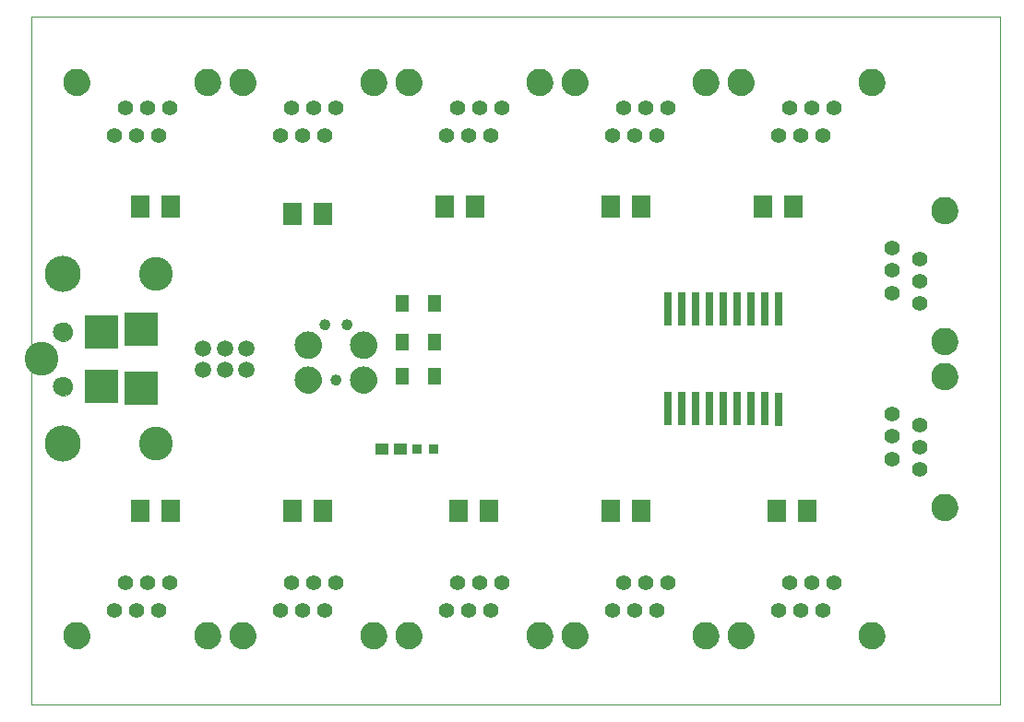
<source format=gts>
G75*
G70*
%OFA0B0*%
%FSLAX24Y24*%
%IPPOS*%
%LPD*%
%AMOC8*
5,1,8,0,0,1.08239X$1,22.5*
%
%ADD10C,0.0000*%
%ADD11C,0.0555*%
%ADD12C,0.0969*%
%ADD13R,0.0473X0.0434*%
%ADD14R,0.0355X0.0355*%
%ADD15C,0.0390*%
%ADD16C,0.0975*%
%ADD17R,0.0512X0.0591*%
%ADD18R,0.0300X0.1240*%
%ADD19R,0.0670X0.0827*%
%ADD20C,0.1221*%
%ADD21C,0.1306*%
%ADD22R,0.1221X0.1221*%
%ADD23C,0.0709*%
%ADD24C,0.0594*%
D10*
X000349Y000100D02*
X000349Y024971D01*
X035344Y024971D01*
X035344Y000100D01*
X000349Y000100D01*
X001522Y002600D02*
X001524Y002643D01*
X001530Y002685D01*
X001540Y002727D01*
X001553Y002768D01*
X001571Y002807D01*
X001592Y002845D01*
X001616Y002880D01*
X001643Y002913D01*
X001674Y002944D01*
X001707Y002971D01*
X001742Y002995D01*
X001780Y003016D01*
X001819Y003034D01*
X001860Y003047D01*
X001902Y003057D01*
X001944Y003063D01*
X001987Y003065D01*
X002030Y003063D01*
X002072Y003057D01*
X002114Y003047D01*
X002155Y003034D01*
X002194Y003016D01*
X002232Y002995D01*
X002267Y002971D01*
X002300Y002944D01*
X002331Y002913D01*
X002358Y002880D01*
X002382Y002845D01*
X002403Y002807D01*
X002421Y002768D01*
X002434Y002727D01*
X002444Y002685D01*
X002450Y002643D01*
X002452Y002600D01*
X002450Y002557D01*
X002444Y002515D01*
X002434Y002473D01*
X002421Y002432D01*
X002403Y002393D01*
X002382Y002355D01*
X002358Y002320D01*
X002331Y002287D01*
X002300Y002256D01*
X002267Y002229D01*
X002232Y002205D01*
X002194Y002184D01*
X002155Y002166D01*
X002114Y002153D01*
X002072Y002143D01*
X002030Y002137D01*
X001987Y002135D01*
X001944Y002137D01*
X001902Y002143D01*
X001860Y002153D01*
X001819Y002166D01*
X001780Y002184D01*
X001742Y002205D01*
X001707Y002229D01*
X001674Y002256D01*
X001643Y002287D01*
X001616Y002320D01*
X001592Y002355D01*
X001571Y002393D01*
X001553Y002432D01*
X001540Y002473D01*
X001530Y002515D01*
X001524Y002557D01*
X001522Y002600D01*
X006247Y002600D02*
X006249Y002643D01*
X006255Y002685D01*
X006265Y002727D01*
X006278Y002768D01*
X006296Y002807D01*
X006317Y002845D01*
X006341Y002880D01*
X006368Y002913D01*
X006399Y002944D01*
X006432Y002971D01*
X006467Y002995D01*
X006505Y003016D01*
X006544Y003034D01*
X006585Y003047D01*
X006627Y003057D01*
X006669Y003063D01*
X006712Y003065D01*
X006755Y003063D01*
X006797Y003057D01*
X006839Y003047D01*
X006880Y003034D01*
X006919Y003016D01*
X006957Y002995D01*
X006992Y002971D01*
X007025Y002944D01*
X007056Y002913D01*
X007083Y002880D01*
X007107Y002845D01*
X007128Y002807D01*
X007146Y002768D01*
X007159Y002727D01*
X007169Y002685D01*
X007175Y002643D01*
X007177Y002600D01*
X007175Y002557D01*
X007169Y002515D01*
X007159Y002473D01*
X007146Y002432D01*
X007128Y002393D01*
X007107Y002355D01*
X007083Y002320D01*
X007056Y002287D01*
X007025Y002256D01*
X006992Y002229D01*
X006957Y002205D01*
X006919Y002184D01*
X006880Y002166D01*
X006839Y002153D01*
X006797Y002143D01*
X006755Y002137D01*
X006712Y002135D01*
X006669Y002137D01*
X006627Y002143D01*
X006585Y002153D01*
X006544Y002166D01*
X006505Y002184D01*
X006467Y002205D01*
X006432Y002229D01*
X006399Y002256D01*
X006368Y002287D01*
X006341Y002320D01*
X006317Y002355D01*
X006296Y002393D01*
X006278Y002432D01*
X006265Y002473D01*
X006255Y002515D01*
X006249Y002557D01*
X006247Y002600D01*
X007522Y002600D02*
X007524Y002643D01*
X007530Y002685D01*
X007540Y002727D01*
X007553Y002768D01*
X007571Y002807D01*
X007592Y002845D01*
X007616Y002880D01*
X007643Y002913D01*
X007674Y002944D01*
X007707Y002971D01*
X007742Y002995D01*
X007780Y003016D01*
X007819Y003034D01*
X007860Y003047D01*
X007902Y003057D01*
X007944Y003063D01*
X007987Y003065D01*
X008030Y003063D01*
X008072Y003057D01*
X008114Y003047D01*
X008155Y003034D01*
X008194Y003016D01*
X008232Y002995D01*
X008267Y002971D01*
X008300Y002944D01*
X008331Y002913D01*
X008358Y002880D01*
X008382Y002845D01*
X008403Y002807D01*
X008421Y002768D01*
X008434Y002727D01*
X008444Y002685D01*
X008450Y002643D01*
X008452Y002600D01*
X008450Y002557D01*
X008444Y002515D01*
X008434Y002473D01*
X008421Y002432D01*
X008403Y002393D01*
X008382Y002355D01*
X008358Y002320D01*
X008331Y002287D01*
X008300Y002256D01*
X008267Y002229D01*
X008232Y002205D01*
X008194Y002184D01*
X008155Y002166D01*
X008114Y002153D01*
X008072Y002143D01*
X008030Y002137D01*
X007987Y002135D01*
X007944Y002137D01*
X007902Y002143D01*
X007860Y002153D01*
X007819Y002166D01*
X007780Y002184D01*
X007742Y002205D01*
X007707Y002229D01*
X007674Y002256D01*
X007643Y002287D01*
X007616Y002320D01*
X007592Y002355D01*
X007571Y002393D01*
X007553Y002432D01*
X007540Y002473D01*
X007530Y002515D01*
X007524Y002557D01*
X007522Y002600D01*
X012247Y002600D02*
X012249Y002643D01*
X012255Y002685D01*
X012265Y002727D01*
X012278Y002768D01*
X012296Y002807D01*
X012317Y002845D01*
X012341Y002880D01*
X012368Y002913D01*
X012399Y002944D01*
X012432Y002971D01*
X012467Y002995D01*
X012505Y003016D01*
X012544Y003034D01*
X012585Y003047D01*
X012627Y003057D01*
X012669Y003063D01*
X012712Y003065D01*
X012755Y003063D01*
X012797Y003057D01*
X012839Y003047D01*
X012880Y003034D01*
X012919Y003016D01*
X012957Y002995D01*
X012992Y002971D01*
X013025Y002944D01*
X013056Y002913D01*
X013083Y002880D01*
X013107Y002845D01*
X013128Y002807D01*
X013146Y002768D01*
X013159Y002727D01*
X013169Y002685D01*
X013175Y002643D01*
X013177Y002600D01*
X013175Y002557D01*
X013169Y002515D01*
X013159Y002473D01*
X013146Y002432D01*
X013128Y002393D01*
X013107Y002355D01*
X013083Y002320D01*
X013056Y002287D01*
X013025Y002256D01*
X012992Y002229D01*
X012957Y002205D01*
X012919Y002184D01*
X012880Y002166D01*
X012839Y002153D01*
X012797Y002143D01*
X012755Y002137D01*
X012712Y002135D01*
X012669Y002137D01*
X012627Y002143D01*
X012585Y002153D01*
X012544Y002166D01*
X012505Y002184D01*
X012467Y002205D01*
X012432Y002229D01*
X012399Y002256D01*
X012368Y002287D01*
X012341Y002320D01*
X012317Y002355D01*
X012296Y002393D01*
X012278Y002432D01*
X012265Y002473D01*
X012255Y002515D01*
X012249Y002557D01*
X012247Y002600D01*
X013522Y002600D02*
X013524Y002643D01*
X013530Y002685D01*
X013540Y002727D01*
X013553Y002768D01*
X013571Y002807D01*
X013592Y002845D01*
X013616Y002880D01*
X013643Y002913D01*
X013674Y002944D01*
X013707Y002971D01*
X013742Y002995D01*
X013780Y003016D01*
X013819Y003034D01*
X013860Y003047D01*
X013902Y003057D01*
X013944Y003063D01*
X013987Y003065D01*
X014030Y003063D01*
X014072Y003057D01*
X014114Y003047D01*
X014155Y003034D01*
X014194Y003016D01*
X014232Y002995D01*
X014267Y002971D01*
X014300Y002944D01*
X014331Y002913D01*
X014358Y002880D01*
X014382Y002845D01*
X014403Y002807D01*
X014421Y002768D01*
X014434Y002727D01*
X014444Y002685D01*
X014450Y002643D01*
X014452Y002600D01*
X014450Y002557D01*
X014444Y002515D01*
X014434Y002473D01*
X014421Y002432D01*
X014403Y002393D01*
X014382Y002355D01*
X014358Y002320D01*
X014331Y002287D01*
X014300Y002256D01*
X014267Y002229D01*
X014232Y002205D01*
X014194Y002184D01*
X014155Y002166D01*
X014114Y002153D01*
X014072Y002143D01*
X014030Y002137D01*
X013987Y002135D01*
X013944Y002137D01*
X013902Y002143D01*
X013860Y002153D01*
X013819Y002166D01*
X013780Y002184D01*
X013742Y002205D01*
X013707Y002229D01*
X013674Y002256D01*
X013643Y002287D01*
X013616Y002320D01*
X013592Y002355D01*
X013571Y002393D01*
X013553Y002432D01*
X013540Y002473D01*
X013530Y002515D01*
X013524Y002557D01*
X013522Y002600D01*
X018247Y002600D02*
X018249Y002643D01*
X018255Y002685D01*
X018265Y002727D01*
X018278Y002768D01*
X018296Y002807D01*
X018317Y002845D01*
X018341Y002880D01*
X018368Y002913D01*
X018399Y002944D01*
X018432Y002971D01*
X018467Y002995D01*
X018505Y003016D01*
X018544Y003034D01*
X018585Y003047D01*
X018627Y003057D01*
X018669Y003063D01*
X018712Y003065D01*
X018755Y003063D01*
X018797Y003057D01*
X018839Y003047D01*
X018880Y003034D01*
X018919Y003016D01*
X018957Y002995D01*
X018992Y002971D01*
X019025Y002944D01*
X019056Y002913D01*
X019083Y002880D01*
X019107Y002845D01*
X019128Y002807D01*
X019146Y002768D01*
X019159Y002727D01*
X019169Y002685D01*
X019175Y002643D01*
X019177Y002600D01*
X019175Y002557D01*
X019169Y002515D01*
X019159Y002473D01*
X019146Y002432D01*
X019128Y002393D01*
X019107Y002355D01*
X019083Y002320D01*
X019056Y002287D01*
X019025Y002256D01*
X018992Y002229D01*
X018957Y002205D01*
X018919Y002184D01*
X018880Y002166D01*
X018839Y002153D01*
X018797Y002143D01*
X018755Y002137D01*
X018712Y002135D01*
X018669Y002137D01*
X018627Y002143D01*
X018585Y002153D01*
X018544Y002166D01*
X018505Y002184D01*
X018467Y002205D01*
X018432Y002229D01*
X018399Y002256D01*
X018368Y002287D01*
X018341Y002320D01*
X018317Y002355D01*
X018296Y002393D01*
X018278Y002432D01*
X018265Y002473D01*
X018255Y002515D01*
X018249Y002557D01*
X018247Y002600D01*
X019522Y002600D02*
X019524Y002643D01*
X019530Y002685D01*
X019540Y002727D01*
X019553Y002768D01*
X019571Y002807D01*
X019592Y002845D01*
X019616Y002880D01*
X019643Y002913D01*
X019674Y002944D01*
X019707Y002971D01*
X019742Y002995D01*
X019780Y003016D01*
X019819Y003034D01*
X019860Y003047D01*
X019902Y003057D01*
X019944Y003063D01*
X019987Y003065D01*
X020030Y003063D01*
X020072Y003057D01*
X020114Y003047D01*
X020155Y003034D01*
X020194Y003016D01*
X020232Y002995D01*
X020267Y002971D01*
X020300Y002944D01*
X020331Y002913D01*
X020358Y002880D01*
X020382Y002845D01*
X020403Y002807D01*
X020421Y002768D01*
X020434Y002727D01*
X020444Y002685D01*
X020450Y002643D01*
X020452Y002600D01*
X020450Y002557D01*
X020444Y002515D01*
X020434Y002473D01*
X020421Y002432D01*
X020403Y002393D01*
X020382Y002355D01*
X020358Y002320D01*
X020331Y002287D01*
X020300Y002256D01*
X020267Y002229D01*
X020232Y002205D01*
X020194Y002184D01*
X020155Y002166D01*
X020114Y002153D01*
X020072Y002143D01*
X020030Y002137D01*
X019987Y002135D01*
X019944Y002137D01*
X019902Y002143D01*
X019860Y002153D01*
X019819Y002166D01*
X019780Y002184D01*
X019742Y002205D01*
X019707Y002229D01*
X019674Y002256D01*
X019643Y002287D01*
X019616Y002320D01*
X019592Y002355D01*
X019571Y002393D01*
X019553Y002432D01*
X019540Y002473D01*
X019530Y002515D01*
X019524Y002557D01*
X019522Y002600D01*
X024247Y002600D02*
X024249Y002643D01*
X024255Y002685D01*
X024265Y002727D01*
X024278Y002768D01*
X024296Y002807D01*
X024317Y002845D01*
X024341Y002880D01*
X024368Y002913D01*
X024399Y002944D01*
X024432Y002971D01*
X024467Y002995D01*
X024505Y003016D01*
X024544Y003034D01*
X024585Y003047D01*
X024627Y003057D01*
X024669Y003063D01*
X024712Y003065D01*
X024755Y003063D01*
X024797Y003057D01*
X024839Y003047D01*
X024880Y003034D01*
X024919Y003016D01*
X024957Y002995D01*
X024992Y002971D01*
X025025Y002944D01*
X025056Y002913D01*
X025083Y002880D01*
X025107Y002845D01*
X025128Y002807D01*
X025146Y002768D01*
X025159Y002727D01*
X025169Y002685D01*
X025175Y002643D01*
X025177Y002600D01*
X025175Y002557D01*
X025169Y002515D01*
X025159Y002473D01*
X025146Y002432D01*
X025128Y002393D01*
X025107Y002355D01*
X025083Y002320D01*
X025056Y002287D01*
X025025Y002256D01*
X024992Y002229D01*
X024957Y002205D01*
X024919Y002184D01*
X024880Y002166D01*
X024839Y002153D01*
X024797Y002143D01*
X024755Y002137D01*
X024712Y002135D01*
X024669Y002137D01*
X024627Y002143D01*
X024585Y002153D01*
X024544Y002166D01*
X024505Y002184D01*
X024467Y002205D01*
X024432Y002229D01*
X024399Y002256D01*
X024368Y002287D01*
X024341Y002320D01*
X024317Y002355D01*
X024296Y002393D01*
X024278Y002432D01*
X024265Y002473D01*
X024255Y002515D01*
X024249Y002557D01*
X024247Y002600D01*
X025522Y002600D02*
X025524Y002643D01*
X025530Y002685D01*
X025540Y002727D01*
X025553Y002768D01*
X025571Y002807D01*
X025592Y002845D01*
X025616Y002880D01*
X025643Y002913D01*
X025674Y002944D01*
X025707Y002971D01*
X025742Y002995D01*
X025780Y003016D01*
X025819Y003034D01*
X025860Y003047D01*
X025902Y003057D01*
X025944Y003063D01*
X025987Y003065D01*
X026030Y003063D01*
X026072Y003057D01*
X026114Y003047D01*
X026155Y003034D01*
X026194Y003016D01*
X026232Y002995D01*
X026267Y002971D01*
X026300Y002944D01*
X026331Y002913D01*
X026358Y002880D01*
X026382Y002845D01*
X026403Y002807D01*
X026421Y002768D01*
X026434Y002727D01*
X026444Y002685D01*
X026450Y002643D01*
X026452Y002600D01*
X026450Y002557D01*
X026444Y002515D01*
X026434Y002473D01*
X026421Y002432D01*
X026403Y002393D01*
X026382Y002355D01*
X026358Y002320D01*
X026331Y002287D01*
X026300Y002256D01*
X026267Y002229D01*
X026232Y002205D01*
X026194Y002184D01*
X026155Y002166D01*
X026114Y002153D01*
X026072Y002143D01*
X026030Y002137D01*
X025987Y002135D01*
X025944Y002137D01*
X025902Y002143D01*
X025860Y002153D01*
X025819Y002166D01*
X025780Y002184D01*
X025742Y002205D01*
X025707Y002229D01*
X025674Y002256D01*
X025643Y002287D01*
X025616Y002320D01*
X025592Y002355D01*
X025571Y002393D01*
X025553Y002432D01*
X025540Y002473D01*
X025530Y002515D01*
X025524Y002557D01*
X025522Y002600D01*
X030247Y002600D02*
X030249Y002643D01*
X030255Y002685D01*
X030265Y002727D01*
X030278Y002768D01*
X030296Y002807D01*
X030317Y002845D01*
X030341Y002880D01*
X030368Y002913D01*
X030399Y002944D01*
X030432Y002971D01*
X030467Y002995D01*
X030505Y003016D01*
X030544Y003034D01*
X030585Y003047D01*
X030627Y003057D01*
X030669Y003063D01*
X030712Y003065D01*
X030755Y003063D01*
X030797Y003057D01*
X030839Y003047D01*
X030880Y003034D01*
X030919Y003016D01*
X030957Y002995D01*
X030992Y002971D01*
X031025Y002944D01*
X031056Y002913D01*
X031083Y002880D01*
X031107Y002845D01*
X031128Y002807D01*
X031146Y002768D01*
X031159Y002727D01*
X031169Y002685D01*
X031175Y002643D01*
X031177Y002600D01*
X031175Y002557D01*
X031169Y002515D01*
X031159Y002473D01*
X031146Y002432D01*
X031128Y002393D01*
X031107Y002355D01*
X031083Y002320D01*
X031056Y002287D01*
X031025Y002256D01*
X030992Y002229D01*
X030957Y002205D01*
X030919Y002184D01*
X030880Y002166D01*
X030839Y002153D01*
X030797Y002143D01*
X030755Y002137D01*
X030712Y002135D01*
X030669Y002137D01*
X030627Y002143D01*
X030585Y002153D01*
X030544Y002166D01*
X030505Y002184D01*
X030467Y002205D01*
X030432Y002229D01*
X030399Y002256D01*
X030368Y002287D01*
X030341Y002320D01*
X030317Y002355D01*
X030296Y002393D01*
X030278Y002432D01*
X030265Y002473D01*
X030255Y002515D01*
X030249Y002557D01*
X030247Y002600D01*
X032884Y007238D02*
X032886Y007281D01*
X032892Y007323D01*
X032902Y007365D01*
X032915Y007406D01*
X032933Y007445D01*
X032954Y007483D01*
X032978Y007518D01*
X033005Y007551D01*
X033036Y007582D01*
X033069Y007609D01*
X033104Y007633D01*
X033142Y007654D01*
X033181Y007672D01*
X033222Y007685D01*
X033264Y007695D01*
X033306Y007701D01*
X033349Y007703D01*
X033392Y007701D01*
X033434Y007695D01*
X033476Y007685D01*
X033517Y007672D01*
X033556Y007654D01*
X033594Y007633D01*
X033629Y007609D01*
X033662Y007582D01*
X033693Y007551D01*
X033720Y007518D01*
X033744Y007483D01*
X033765Y007445D01*
X033783Y007406D01*
X033796Y007365D01*
X033806Y007323D01*
X033812Y007281D01*
X033814Y007238D01*
X033812Y007195D01*
X033806Y007153D01*
X033796Y007111D01*
X033783Y007070D01*
X033765Y007031D01*
X033744Y006993D01*
X033720Y006958D01*
X033693Y006925D01*
X033662Y006894D01*
X033629Y006867D01*
X033594Y006843D01*
X033556Y006822D01*
X033517Y006804D01*
X033476Y006791D01*
X033434Y006781D01*
X033392Y006775D01*
X033349Y006773D01*
X033306Y006775D01*
X033264Y006781D01*
X033222Y006791D01*
X033181Y006804D01*
X033142Y006822D01*
X033104Y006843D01*
X033069Y006867D01*
X033036Y006894D01*
X033005Y006925D01*
X032978Y006958D01*
X032954Y006993D01*
X032933Y007031D01*
X032915Y007070D01*
X032902Y007111D01*
X032892Y007153D01*
X032886Y007195D01*
X032884Y007238D01*
X032884Y011962D02*
X032886Y012005D01*
X032892Y012047D01*
X032902Y012089D01*
X032915Y012130D01*
X032933Y012169D01*
X032954Y012207D01*
X032978Y012242D01*
X033005Y012275D01*
X033036Y012306D01*
X033069Y012333D01*
X033104Y012357D01*
X033142Y012378D01*
X033181Y012396D01*
X033222Y012409D01*
X033264Y012419D01*
X033306Y012425D01*
X033349Y012427D01*
X033392Y012425D01*
X033434Y012419D01*
X033476Y012409D01*
X033517Y012396D01*
X033556Y012378D01*
X033594Y012357D01*
X033629Y012333D01*
X033662Y012306D01*
X033693Y012275D01*
X033720Y012242D01*
X033744Y012207D01*
X033765Y012169D01*
X033783Y012130D01*
X033796Y012089D01*
X033806Y012047D01*
X033812Y012005D01*
X033814Y011962D01*
X033812Y011919D01*
X033806Y011877D01*
X033796Y011835D01*
X033783Y011794D01*
X033765Y011755D01*
X033744Y011717D01*
X033720Y011682D01*
X033693Y011649D01*
X033662Y011618D01*
X033629Y011591D01*
X033594Y011567D01*
X033556Y011546D01*
X033517Y011528D01*
X033476Y011515D01*
X033434Y011505D01*
X033392Y011499D01*
X033349Y011497D01*
X033306Y011499D01*
X033264Y011505D01*
X033222Y011515D01*
X033181Y011528D01*
X033142Y011546D01*
X033104Y011567D01*
X033069Y011591D01*
X033036Y011618D01*
X033005Y011649D01*
X032978Y011682D01*
X032954Y011717D01*
X032933Y011755D01*
X032915Y011794D01*
X032902Y011835D01*
X032892Y011877D01*
X032886Y011919D01*
X032884Y011962D01*
X032884Y013238D02*
X032886Y013281D01*
X032892Y013323D01*
X032902Y013365D01*
X032915Y013406D01*
X032933Y013445D01*
X032954Y013483D01*
X032978Y013518D01*
X033005Y013551D01*
X033036Y013582D01*
X033069Y013609D01*
X033104Y013633D01*
X033142Y013654D01*
X033181Y013672D01*
X033222Y013685D01*
X033264Y013695D01*
X033306Y013701D01*
X033349Y013703D01*
X033392Y013701D01*
X033434Y013695D01*
X033476Y013685D01*
X033517Y013672D01*
X033556Y013654D01*
X033594Y013633D01*
X033629Y013609D01*
X033662Y013582D01*
X033693Y013551D01*
X033720Y013518D01*
X033744Y013483D01*
X033765Y013445D01*
X033783Y013406D01*
X033796Y013365D01*
X033806Y013323D01*
X033812Y013281D01*
X033814Y013238D01*
X033812Y013195D01*
X033806Y013153D01*
X033796Y013111D01*
X033783Y013070D01*
X033765Y013031D01*
X033744Y012993D01*
X033720Y012958D01*
X033693Y012925D01*
X033662Y012894D01*
X033629Y012867D01*
X033594Y012843D01*
X033556Y012822D01*
X033517Y012804D01*
X033476Y012791D01*
X033434Y012781D01*
X033392Y012775D01*
X033349Y012773D01*
X033306Y012775D01*
X033264Y012781D01*
X033222Y012791D01*
X033181Y012804D01*
X033142Y012822D01*
X033104Y012843D01*
X033069Y012867D01*
X033036Y012894D01*
X033005Y012925D01*
X032978Y012958D01*
X032954Y012993D01*
X032933Y013031D01*
X032915Y013070D01*
X032902Y013111D01*
X032892Y013153D01*
X032886Y013195D01*
X032884Y013238D01*
X032884Y017962D02*
X032886Y018005D01*
X032892Y018047D01*
X032902Y018089D01*
X032915Y018130D01*
X032933Y018169D01*
X032954Y018207D01*
X032978Y018242D01*
X033005Y018275D01*
X033036Y018306D01*
X033069Y018333D01*
X033104Y018357D01*
X033142Y018378D01*
X033181Y018396D01*
X033222Y018409D01*
X033264Y018419D01*
X033306Y018425D01*
X033349Y018427D01*
X033392Y018425D01*
X033434Y018419D01*
X033476Y018409D01*
X033517Y018396D01*
X033556Y018378D01*
X033594Y018357D01*
X033629Y018333D01*
X033662Y018306D01*
X033693Y018275D01*
X033720Y018242D01*
X033744Y018207D01*
X033765Y018169D01*
X033783Y018130D01*
X033796Y018089D01*
X033806Y018047D01*
X033812Y018005D01*
X033814Y017962D01*
X033812Y017919D01*
X033806Y017877D01*
X033796Y017835D01*
X033783Y017794D01*
X033765Y017755D01*
X033744Y017717D01*
X033720Y017682D01*
X033693Y017649D01*
X033662Y017618D01*
X033629Y017591D01*
X033594Y017567D01*
X033556Y017546D01*
X033517Y017528D01*
X033476Y017515D01*
X033434Y017505D01*
X033392Y017499D01*
X033349Y017497D01*
X033306Y017499D01*
X033264Y017505D01*
X033222Y017515D01*
X033181Y017528D01*
X033142Y017546D01*
X033104Y017567D01*
X033069Y017591D01*
X033036Y017618D01*
X033005Y017649D01*
X032978Y017682D01*
X032954Y017717D01*
X032933Y017755D01*
X032915Y017794D01*
X032902Y017835D01*
X032892Y017877D01*
X032886Y017919D01*
X032884Y017962D01*
X030247Y022600D02*
X030249Y022643D01*
X030255Y022685D01*
X030265Y022727D01*
X030278Y022768D01*
X030296Y022807D01*
X030317Y022845D01*
X030341Y022880D01*
X030368Y022913D01*
X030399Y022944D01*
X030432Y022971D01*
X030467Y022995D01*
X030505Y023016D01*
X030544Y023034D01*
X030585Y023047D01*
X030627Y023057D01*
X030669Y023063D01*
X030712Y023065D01*
X030755Y023063D01*
X030797Y023057D01*
X030839Y023047D01*
X030880Y023034D01*
X030919Y023016D01*
X030957Y022995D01*
X030992Y022971D01*
X031025Y022944D01*
X031056Y022913D01*
X031083Y022880D01*
X031107Y022845D01*
X031128Y022807D01*
X031146Y022768D01*
X031159Y022727D01*
X031169Y022685D01*
X031175Y022643D01*
X031177Y022600D01*
X031175Y022557D01*
X031169Y022515D01*
X031159Y022473D01*
X031146Y022432D01*
X031128Y022393D01*
X031107Y022355D01*
X031083Y022320D01*
X031056Y022287D01*
X031025Y022256D01*
X030992Y022229D01*
X030957Y022205D01*
X030919Y022184D01*
X030880Y022166D01*
X030839Y022153D01*
X030797Y022143D01*
X030755Y022137D01*
X030712Y022135D01*
X030669Y022137D01*
X030627Y022143D01*
X030585Y022153D01*
X030544Y022166D01*
X030505Y022184D01*
X030467Y022205D01*
X030432Y022229D01*
X030399Y022256D01*
X030368Y022287D01*
X030341Y022320D01*
X030317Y022355D01*
X030296Y022393D01*
X030278Y022432D01*
X030265Y022473D01*
X030255Y022515D01*
X030249Y022557D01*
X030247Y022600D01*
X025522Y022600D02*
X025524Y022643D01*
X025530Y022685D01*
X025540Y022727D01*
X025553Y022768D01*
X025571Y022807D01*
X025592Y022845D01*
X025616Y022880D01*
X025643Y022913D01*
X025674Y022944D01*
X025707Y022971D01*
X025742Y022995D01*
X025780Y023016D01*
X025819Y023034D01*
X025860Y023047D01*
X025902Y023057D01*
X025944Y023063D01*
X025987Y023065D01*
X026030Y023063D01*
X026072Y023057D01*
X026114Y023047D01*
X026155Y023034D01*
X026194Y023016D01*
X026232Y022995D01*
X026267Y022971D01*
X026300Y022944D01*
X026331Y022913D01*
X026358Y022880D01*
X026382Y022845D01*
X026403Y022807D01*
X026421Y022768D01*
X026434Y022727D01*
X026444Y022685D01*
X026450Y022643D01*
X026452Y022600D01*
X026450Y022557D01*
X026444Y022515D01*
X026434Y022473D01*
X026421Y022432D01*
X026403Y022393D01*
X026382Y022355D01*
X026358Y022320D01*
X026331Y022287D01*
X026300Y022256D01*
X026267Y022229D01*
X026232Y022205D01*
X026194Y022184D01*
X026155Y022166D01*
X026114Y022153D01*
X026072Y022143D01*
X026030Y022137D01*
X025987Y022135D01*
X025944Y022137D01*
X025902Y022143D01*
X025860Y022153D01*
X025819Y022166D01*
X025780Y022184D01*
X025742Y022205D01*
X025707Y022229D01*
X025674Y022256D01*
X025643Y022287D01*
X025616Y022320D01*
X025592Y022355D01*
X025571Y022393D01*
X025553Y022432D01*
X025540Y022473D01*
X025530Y022515D01*
X025524Y022557D01*
X025522Y022600D01*
X024247Y022600D02*
X024249Y022643D01*
X024255Y022685D01*
X024265Y022727D01*
X024278Y022768D01*
X024296Y022807D01*
X024317Y022845D01*
X024341Y022880D01*
X024368Y022913D01*
X024399Y022944D01*
X024432Y022971D01*
X024467Y022995D01*
X024505Y023016D01*
X024544Y023034D01*
X024585Y023047D01*
X024627Y023057D01*
X024669Y023063D01*
X024712Y023065D01*
X024755Y023063D01*
X024797Y023057D01*
X024839Y023047D01*
X024880Y023034D01*
X024919Y023016D01*
X024957Y022995D01*
X024992Y022971D01*
X025025Y022944D01*
X025056Y022913D01*
X025083Y022880D01*
X025107Y022845D01*
X025128Y022807D01*
X025146Y022768D01*
X025159Y022727D01*
X025169Y022685D01*
X025175Y022643D01*
X025177Y022600D01*
X025175Y022557D01*
X025169Y022515D01*
X025159Y022473D01*
X025146Y022432D01*
X025128Y022393D01*
X025107Y022355D01*
X025083Y022320D01*
X025056Y022287D01*
X025025Y022256D01*
X024992Y022229D01*
X024957Y022205D01*
X024919Y022184D01*
X024880Y022166D01*
X024839Y022153D01*
X024797Y022143D01*
X024755Y022137D01*
X024712Y022135D01*
X024669Y022137D01*
X024627Y022143D01*
X024585Y022153D01*
X024544Y022166D01*
X024505Y022184D01*
X024467Y022205D01*
X024432Y022229D01*
X024399Y022256D01*
X024368Y022287D01*
X024341Y022320D01*
X024317Y022355D01*
X024296Y022393D01*
X024278Y022432D01*
X024265Y022473D01*
X024255Y022515D01*
X024249Y022557D01*
X024247Y022600D01*
X019522Y022600D02*
X019524Y022643D01*
X019530Y022685D01*
X019540Y022727D01*
X019553Y022768D01*
X019571Y022807D01*
X019592Y022845D01*
X019616Y022880D01*
X019643Y022913D01*
X019674Y022944D01*
X019707Y022971D01*
X019742Y022995D01*
X019780Y023016D01*
X019819Y023034D01*
X019860Y023047D01*
X019902Y023057D01*
X019944Y023063D01*
X019987Y023065D01*
X020030Y023063D01*
X020072Y023057D01*
X020114Y023047D01*
X020155Y023034D01*
X020194Y023016D01*
X020232Y022995D01*
X020267Y022971D01*
X020300Y022944D01*
X020331Y022913D01*
X020358Y022880D01*
X020382Y022845D01*
X020403Y022807D01*
X020421Y022768D01*
X020434Y022727D01*
X020444Y022685D01*
X020450Y022643D01*
X020452Y022600D01*
X020450Y022557D01*
X020444Y022515D01*
X020434Y022473D01*
X020421Y022432D01*
X020403Y022393D01*
X020382Y022355D01*
X020358Y022320D01*
X020331Y022287D01*
X020300Y022256D01*
X020267Y022229D01*
X020232Y022205D01*
X020194Y022184D01*
X020155Y022166D01*
X020114Y022153D01*
X020072Y022143D01*
X020030Y022137D01*
X019987Y022135D01*
X019944Y022137D01*
X019902Y022143D01*
X019860Y022153D01*
X019819Y022166D01*
X019780Y022184D01*
X019742Y022205D01*
X019707Y022229D01*
X019674Y022256D01*
X019643Y022287D01*
X019616Y022320D01*
X019592Y022355D01*
X019571Y022393D01*
X019553Y022432D01*
X019540Y022473D01*
X019530Y022515D01*
X019524Y022557D01*
X019522Y022600D01*
X018247Y022600D02*
X018249Y022643D01*
X018255Y022685D01*
X018265Y022727D01*
X018278Y022768D01*
X018296Y022807D01*
X018317Y022845D01*
X018341Y022880D01*
X018368Y022913D01*
X018399Y022944D01*
X018432Y022971D01*
X018467Y022995D01*
X018505Y023016D01*
X018544Y023034D01*
X018585Y023047D01*
X018627Y023057D01*
X018669Y023063D01*
X018712Y023065D01*
X018755Y023063D01*
X018797Y023057D01*
X018839Y023047D01*
X018880Y023034D01*
X018919Y023016D01*
X018957Y022995D01*
X018992Y022971D01*
X019025Y022944D01*
X019056Y022913D01*
X019083Y022880D01*
X019107Y022845D01*
X019128Y022807D01*
X019146Y022768D01*
X019159Y022727D01*
X019169Y022685D01*
X019175Y022643D01*
X019177Y022600D01*
X019175Y022557D01*
X019169Y022515D01*
X019159Y022473D01*
X019146Y022432D01*
X019128Y022393D01*
X019107Y022355D01*
X019083Y022320D01*
X019056Y022287D01*
X019025Y022256D01*
X018992Y022229D01*
X018957Y022205D01*
X018919Y022184D01*
X018880Y022166D01*
X018839Y022153D01*
X018797Y022143D01*
X018755Y022137D01*
X018712Y022135D01*
X018669Y022137D01*
X018627Y022143D01*
X018585Y022153D01*
X018544Y022166D01*
X018505Y022184D01*
X018467Y022205D01*
X018432Y022229D01*
X018399Y022256D01*
X018368Y022287D01*
X018341Y022320D01*
X018317Y022355D01*
X018296Y022393D01*
X018278Y022432D01*
X018265Y022473D01*
X018255Y022515D01*
X018249Y022557D01*
X018247Y022600D01*
X013522Y022600D02*
X013524Y022643D01*
X013530Y022685D01*
X013540Y022727D01*
X013553Y022768D01*
X013571Y022807D01*
X013592Y022845D01*
X013616Y022880D01*
X013643Y022913D01*
X013674Y022944D01*
X013707Y022971D01*
X013742Y022995D01*
X013780Y023016D01*
X013819Y023034D01*
X013860Y023047D01*
X013902Y023057D01*
X013944Y023063D01*
X013987Y023065D01*
X014030Y023063D01*
X014072Y023057D01*
X014114Y023047D01*
X014155Y023034D01*
X014194Y023016D01*
X014232Y022995D01*
X014267Y022971D01*
X014300Y022944D01*
X014331Y022913D01*
X014358Y022880D01*
X014382Y022845D01*
X014403Y022807D01*
X014421Y022768D01*
X014434Y022727D01*
X014444Y022685D01*
X014450Y022643D01*
X014452Y022600D01*
X014450Y022557D01*
X014444Y022515D01*
X014434Y022473D01*
X014421Y022432D01*
X014403Y022393D01*
X014382Y022355D01*
X014358Y022320D01*
X014331Y022287D01*
X014300Y022256D01*
X014267Y022229D01*
X014232Y022205D01*
X014194Y022184D01*
X014155Y022166D01*
X014114Y022153D01*
X014072Y022143D01*
X014030Y022137D01*
X013987Y022135D01*
X013944Y022137D01*
X013902Y022143D01*
X013860Y022153D01*
X013819Y022166D01*
X013780Y022184D01*
X013742Y022205D01*
X013707Y022229D01*
X013674Y022256D01*
X013643Y022287D01*
X013616Y022320D01*
X013592Y022355D01*
X013571Y022393D01*
X013553Y022432D01*
X013540Y022473D01*
X013530Y022515D01*
X013524Y022557D01*
X013522Y022600D01*
X012247Y022600D02*
X012249Y022643D01*
X012255Y022685D01*
X012265Y022727D01*
X012278Y022768D01*
X012296Y022807D01*
X012317Y022845D01*
X012341Y022880D01*
X012368Y022913D01*
X012399Y022944D01*
X012432Y022971D01*
X012467Y022995D01*
X012505Y023016D01*
X012544Y023034D01*
X012585Y023047D01*
X012627Y023057D01*
X012669Y023063D01*
X012712Y023065D01*
X012755Y023063D01*
X012797Y023057D01*
X012839Y023047D01*
X012880Y023034D01*
X012919Y023016D01*
X012957Y022995D01*
X012992Y022971D01*
X013025Y022944D01*
X013056Y022913D01*
X013083Y022880D01*
X013107Y022845D01*
X013128Y022807D01*
X013146Y022768D01*
X013159Y022727D01*
X013169Y022685D01*
X013175Y022643D01*
X013177Y022600D01*
X013175Y022557D01*
X013169Y022515D01*
X013159Y022473D01*
X013146Y022432D01*
X013128Y022393D01*
X013107Y022355D01*
X013083Y022320D01*
X013056Y022287D01*
X013025Y022256D01*
X012992Y022229D01*
X012957Y022205D01*
X012919Y022184D01*
X012880Y022166D01*
X012839Y022153D01*
X012797Y022143D01*
X012755Y022137D01*
X012712Y022135D01*
X012669Y022137D01*
X012627Y022143D01*
X012585Y022153D01*
X012544Y022166D01*
X012505Y022184D01*
X012467Y022205D01*
X012432Y022229D01*
X012399Y022256D01*
X012368Y022287D01*
X012341Y022320D01*
X012317Y022355D01*
X012296Y022393D01*
X012278Y022432D01*
X012265Y022473D01*
X012255Y022515D01*
X012249Y022557D01*
X012247Y022600D01*
X007522Y022600D02*
X007524Y022643D01*
X007530Y022685D01*
X007540Y022727D01*
X007553Y022768D01*
X007571Y022807D01*
X007592Y022845D01*
X007616Y022880D01*
X007643Y022913D01*
X007674Y022944D01*
X007707Y022971D01*
X007742Y022995D01*
X007780Y023016D01*
X007819Y023034D01*
X007860Y023047D01*
X007902Y023057D01*
X007944Y023063D01*
X007987Y023065D01*
X008030Y023063D01*
X008072Y023057D01*
X008114Y023047D01*
X008155Y023034D01*
X008194Y023016D01*
X008232Y022995D01*
X008267Y022971D01*
X008300Y022944D01*
X008331Y022913D01*
X008358Y022880D01*
X008382Y022845D01*
X008403Y022807D01*
X008421Y022768D01*
X008434Y022727D01*
X008444Y022685D01*
X008450Y022643D01*
X008452Y022600D01*
X008450Y022557D01*
X008444Y022515D01*
X008434Y022473D01*
X008421Y022432D01*
X008403Y022393D01*
X008382Y022355D01*
X008358Y022320D01*
X008331Y022287D01*
X008300Y022256D01*
X008267Y022229D01*
X008232Y022205D01*
X008194Y022184D01*
X008155Y022166D01*
X008114Y022153D01*
X008072Y022143D01*
X008030Y022137D01*
X007987Y022135D01*
X007944Y022137D01*
X007902Y022143D01*
X007860Y022153D01*
X007819Y022166D01*
X007780Y022184D01*
X007742Y022205D01*
X007707Y022229D01*
X007674Y022256D01*
X007643Y022287D01*
X007616Y022320D01*
X007592Y022355D01*
X007571Y022393D01*
X007553Y022432D01*
X007540Y022473D01*
X007530Y022515D01*
X007524Y022557D01*
X007522Y022600D01*
X006247Y022600D02*
X006249Y022643D01*
X006255Y022685D01*
X006265Y022727D01*
X006278Y022768D01*
X006296Y022807D01*
X006317Y022845D01*
X006341Y022880D01*
X006368Y022913D01*
X006399Y022944D01*
X006432Y022971D01*
X006467Y022995D01*
X006505Y023016D01*
X006544Y023034D01*
X006585Y023047D01*
X006627Y023057D01*
X006669Y023063D01*
X006712Y023065D01*
X006755Y023063D01*
X006797Y023057D01*
X006839Y023047D01*
X006880Y023034D01*
X006919Y023016D01*
X006957Y022995D01*
X006992Y022971D01*
X007025Y022944D01*
X007056Y022913D01*
X007083Y022880D01*
X007107Y022845D01*
X007128Y022807D01*
X007146Y022768D01*
X007159Y022727D01*
X007169Y022685D01*
X007175Y022643D01*
X007177Y022600D01*
X007175Y022557D01*
X007169Y022515D01*
X007159Y022473D01*
X007146Y022432D01*
X007128Y022393D01*
X007107Y022355D01*
X007083Y022320D01*
X007056Y022287D01*
X007025Y022256D01*
X006992Y022229D01*
X006957Y022205D01*
X006919Y022184D01*
X006880Y022166D01*
X006839Y022153D01*
X006797Y022143D01*
X006755Y022137D01*
X006712Y022135D01*
X006669Y022137D01*
X006627Y022143D01*
X006585Y022153D01*
X006544Y022166D01*
X006505Y022184D01*
X006467Y022205D01*
X006432Y022229D01*
X006399Y022256D01*
X006368Y022287D01*
X006341Y022320D01*
X006317Y022355D01*
X006296Y022393D01*
X006278Y022432D01*
X006265Y022473D01*
X006255Y022515D01*
X006249Y022557D01*
X006247Y022600D01*
X001522Y022600D02*
X001524Y022643D01*
X001530Y022685D01*
X001540Y022727D01*
X001553Y022768D01*
X001571Y022807D01*
X001592Y022845D01*
X001616Y022880D01*
X001643Y022913D01*
X001674Y022944D01*
X001707Y022971D01*
X001742Y022995D01*
X001780Y023016D01*
X001819Y023034D01*
X001860Y023047D01*
X001902Y023057D01*
X001944Y023063D01*
X001987Y023065D01*
X002030Y023063D01*
X002072Y023057D01*
X002114Y023047D01*
X002155Y023034D01*
X002194Y023016D01*
X002232Y022995D01*
X002267Y022971D01*
X002300Y022944D01*
X002331Y022913D01*
X002358Y022880D01*
X002382Y022845D01*
X002403Y022807D01*
X002421Y022768D01*
X002434Y022727D01*
X002444Y022685D01*
X002450Y022643D01*
X002452Y022600D01*
X002450Y022557D01*
X002444Y022515D01*
X002434Y022473D01*
X002421Y022432D01*
X002403Y022393D01*
X002382Y022355D01*
X002358Y022320D01*
X002331Y022287D01*
X002300Y022256D01*
X002267Y022229D01*
X002232Y022205D01*
X002194Y022184D01*
X002155Y022166D01*
X002114Y022153D01*
X002072Y022143D01*
X002030Y022137D01*
X001987Y022135D01*
X001944Y022137D01*
X001902Y022143D01*
X001860Y022153D01*
X001819Y022166D01*
X001780Y022184D01*
X001742Y022205D01*
X001707Y022229D01*
X001674Y022256D01*
X001643Y022287D01*
X001616Y022320D01*
X001592Y022355D01*
X001571Y022393D01*
X001553Y022432D01*
X001540Y022473D01*
X001530Y022515D01*
X001524Y022557D01*
X001522Y022600D01*
X010774Y013850D02*
X010776Y013876D01*
X010782Y013902D01*
X010791Y013926D01*
X010804Y013949D01*
X010821Y013969D01*
X010840Y013987D01*
X010862Y014002D01*
X010885Y014013D01*
X010910Y014021D01*
X010936Y014025D01*
X010962Y014025D01*
X010988Y014021D01*
X011013Y014013D01*
X011037Y014002D01*
X011058Y013987D01*
X011077Y013969D01*
X011094Y013949D01*
X011107Y013926D01*
X011116Y013902D01*
X011122Y013876D01*
X011124Y013850D01*
X011122Y013824D01*
X011116Y013798D01*
X011107Y013774D01*
X011094Y013751D01*
X011077Y013731D01*
X011058Y013713D01*
X011036Y013698D01*
X011013Y013687D01*
X010988Y013679D01*
X010962Y013675D01*
X010936Y013675D01*
X010910Y013679D01*
X010885Y013687D01*
X010861Y013698D01*
X010840Y013713D01*
X010821Y013731D01*
X010804Y013751D01*
X010791Y013774D01*
X010782Y013798D01*
X010776Y013824D01*
X010774Y013850D01*
X011574Y013850D02*
X011576Y013876D01*
X011582Y013902D01*
X011591Y013926D01*
X011604Y013949D01*
X011621Y013969D01*
X011640Y013987D01*
X011662Y014002D01*
X011685Y014013D01*
X011710Y014021D01*
X011736Y014025D01*
X011762Y014025D01*
X011788Y014021D01*
X011813Y014013D01*
X011837Y014002D01*
X011858Y013987D01*
X011877Y013969D01*
X011894Y013949D01*
X011907Y013926D01*
X011916Y013902D01*
X011922Y013876D01*
X011924Y013850D01*
X011922Y013824D01*
X011916Y013798D01*
X011907Y013774D01*
X011894Y013751D01*
X011877Y013731D01*
X011858Y013713D01*
X011836Y013698D01*
X011813Y013687D01*
X011788Y013679D01*
X011762Y013675D01*
X011736Y013675D01*
X011710Y013679D01*
X011685Y013687D01*
X011661Y013698D01*
X011640Y013713D01*
X011621Y013731D01*
X011604Y013751D01*
X011591Y013774D01*
X011582Y013798D01*
X011576Y013824D01*
X011574Y013850D01*
X011882Y013100D02*
X011884Y013143D01*
X011890Y013186D01*
X011900Y013228D01*
X011914Y013269D01*
X011931Y013308D01*
X011952Y013346D01*
X011976Y013381D01*
X012004Y013415D01*
X012034Y013445D01*
X012068Y013473D01*
X012103Y013497D01*
X012141Y013518D01*
X012180Y013535D01*
X012221Y013549D01*
X012263Y013559D01*
X012306Y013565D01*
X012349Y013567D01*
X012392Y013565D01*
X012435Y013559D01*
X012477Y013549D01*
X012518Y013535D01*
X012557Y013518D01*
X012595Y013497D01*
X012630Y013473D01*
X012664Y013445D01*
X012694Y013415D01*
X012722Y013381D01*
X012746Y013346D01*
X012767Y013308D01*
X012784Y013269D01*
X012798Y013228D01*
X012808Y013186D01*
X012814Y013143D01*
X012816Y013100D01*
X012814Y013057D01*
X012808Y013014D01*
X012798Y012972D01*
X012784Y012931D01*
X012767Y012892D01*
X012746Y012854D01*
X012722Y012819D01*
X012694Y012785D01*
X012664Y012755D01*
X012630Y012727D01*
X012595Y012703D01*
X012557Y012682D01*
X012518Y012665D01*
X012477Y012651D01*
X012435Y012641D01*
X012392Y012635D01*
X012349Y012633D01*
X012306Y012635D01*
X012263Y012641D01*
X012221Y012651D01*
X012180Y012665D01*
X012141Y012682D01*
X012103Y012703D01*
X012068Y012727D01*
X012034Y012755D01*
X012004Y012785D01*
X011976Y012819D01*
X011952Y012854D01*
X011931Y012892D01*
X011914Y012931D01*
X011900Y012972D01*
X011890Y013014D01*
X011884Y013057D01*
X011882Y013100D01*
X011882Y011850D02*
X011884Y011893D01*
X011890Y011936D01*
X011900Y011978D01*
X011914Y012019D01*
X011931Y012058D01*
X011952Y012096D01*
X011976Y012131D01*
X012004Y012165D01*
X012034Y012195D01*
X012068Y012223D01*
X012103Y012247D01*
X012141Y012268D01*
X012180Y012285D01*
X012221Y012299D01*
X012263Y012309D01*
X012306Y012315D01*
X012349Y012317D01*
X012392Y012315D01*
X012435Y012309D01*
X012477Y012299D01*
X012518Y012285D01*
X012557Y012268D01*
X012595Y012247D01*
X012630Y012223D01*
X012664Y012195D01*
X012694Y012165D01*
X012722Y012131D01*
X012746Y012096D01*
X012767Y012058D01*
X012784Y012019D01*
X012798Y011978D01*
X012808Y011936D01*
X012814Y011893D01*
X012816Y011850D01*
X012814Y011807D01*
X012808Y011764D01*
X012798Y011722D01*
X012784Y011681D01*
X012767Y011642D01*
X012746Y011604D01*
X012722Y011569D01*
X012694Y011535D01*
X012664Y011505D01*
X012630Y011477D01*
X012595Y011453D01*
X012557Y011432D01*
X012518Y011415D01*
X012477Y011401D01*
X012435Y011391D01*
X012392Y011385D01*
X012349Y011383D01*
X012306Y011385D01*
X012263Y011391D01*
X012221Y011401D01*
X012180Y011415D01*
X012141Y011432D01*
X012103Y011453D01*
X012068Y011477D01*
X012034Y011505D01*
X012004Y011535D01*
X011976Y011569D01*
X011952Y011604D01*
X011931Y011642D01*
X011914Y011681D01*
X011900Y011722D01*
X011890Y011764D01*
X011884Y011807D01*
X011882Y011850D01*
X011174Y011850D02*
X011176Y011876D01*
X011182Y011902D01*
X011191Y011926D01*
X011204Y011949D01*
X011221Y011969D01*
X011240Y011987D01*
X011262Y012002D01*
X011285Y012013D01*
X011310Y012021D01*
X011336Y012025D01*
X011362Y012025D01*
X011388Y012021D01*
X011413Y012013D01*
X011437Y012002D01*
X011458Y011987D01*
X011477Y011969D01*
X011494Y011949D01*
X011507Y011926D01*
X011516Y011902D01*
X011522Y011876D01*
X011524Y011850D01*
X011522Y011824D01*
X011516Y011798D01*
X011507Y011774D01*
X011494Y011751D01*
X011477Y011731D01*
X011458Y011713D01*
X011436Y011698D01*
X011413Y011687D01*
X011388Y011679D01*
X011362Y011675D01*
X011336Y011675D01*
X011310Y011679D01*
X011285Y011687D01*
X011261Y011698D01*
X011240Y011713D01*
X011221Y011731D01*
X011204Y011751D01*
X011191Y011774D01*
X011182Y011798D01*
X011176Y011824D01*
X011174Y011850D01*
X009882Y011850D02*
X009884Y011893D01*
X009890Y011936D01*
X009900Y011978D01*
X009914Y012019D01*
X009931Y012058D01*
X009952Y012096D01*
X009976Y012131D01*
X010004Y012165D01*
X010034Y012195D01*
X010068Y012223D01*
X010103Y012247D01*
X010141Y012268D01*
X010180Y012285D01*
X010221Y012299D01*
X010263Y012309D01*
X010306Y012315D01*
X010349Y012317D01*
X010392Y012315D01*
X010435Y012309D01*
X010477Y012299D01*
X010518Y012285D01*
X010557Y012268D01*
X010595Y012247D01*
X010630Y012223D01*
X010664Y012195D01*
X010694Y012165D01*
X010722Y012131D01*
X010746Y012096D01*
X010767Y012058D01*
X010784Y012019D01*
X010798Y011978D01*
X010808Y011936D01*
X010814Y011893D01*
X010816Y011850D01*
X010814Y011807D01*
X010808Y011764D01*
X010798Y011722D01*
X010784Y011681D01*
X010767Y011642D01*
X010746Y011604D01*
X010722Y011569D01*
X010694Y011535D01*
X010664Y011505D01*
X010630Y011477D01*
X010595Y011453D01*
X010557Y011432D01*
X010518Y011415D01*
X010477Y011401D01*
X010435Y011391D01*
X010392Y011385D01*
X010349Y011383D01*
X010306Y011385D01*
X010263Y011391D01*
X010221Y011401D01*
X010180Y011415D01*
X010141Y011432D01*
X010103Y011453D01*
X010068Y011477D01*
X010034Y011505D01*
X010004Y011535D01*
X009976Y011569D01*
X009952Y011604D01*
X009931Y011642D01*
X009914Y011681D01*
X009900Y011722D01*
X009890Y011764D01*
X009884Y011807D01*
X009882Y011850D01*
X009882Y013100D02*
X009884Y013143D01*
X009890Y013186D01*
X009900Y013228D01*
X009914Y013269D01*
X009931Y013308D01*
X009952Y013346D01*
X009976Y013381D01*
X010004Y013415D01*
X010034Y013445D01*
X010068Y013473D01*
X010103Y013497D01*
X010141Y013518D01*
X010180Y013535D01*
X010221Y013549D01*
X010263Y013559D01*
X010306Y013565D01*
X010349Y013567D01*
X010392Y013565D01*
X010435Y013559D01*
X010477Y013549D01*
X010518Y013535D01*
X010557Y013518D01*
X010595Y013497D01*
X010630Y013473D01*
X010664Y013445D01*
X010694Y013415D01*
X010722Y013381D01*
X010746Y013346D01*
X010767Y013308D01*
X010784Y013269D01*
X010798Y013228D01*
X010808Y013186D01*
X010814Y013143D01*
X010816Y013100D01*
X010814Y013057D01*
X010808Y013014D01*
X010798Y012972D01*
X010784Y012931D01*
X010767Y012892D01*
X010746Y012854D01*
X010722Y012819D01*
X010694Y012785D01*
X010664Y012755D01*
X010630Y012727D01*
X010595Y012703D01*
X010557Y012682D01*
X010518Y012665D01*
X010477Y012651D01*
X010435Y012641D01*
X010392Y012635D01*
X010349Y012633D01*
X010306Y012635D01*
X010263Y012641D01*
X010221Y012651D01*
X010180Y012665D01*
X010141Y012682D01*
X010103Y012703D01*
X010068Y012727D01*
X010034Y012755D01*
X010004Y012785D01*
X009976Y012819D01*
X009952Y012854D01*
X009931Y012892D01*
X009914Y012931D01*
X009900Y012972D01*
X009890Y013014D01*
X009884Y013057D01*
X009882Y013100D01*
X001168Y013584D02*
X001170Y013620D01*
X001176Y013656D01*
X001186Y013691D01*
X001199Y013725D01*
X001216Y013757D01*
X001236Y013787D01*
X001260Y013814D01*
X001286Y013839D01*
X001315Y013861D01*
X001346Y013880D01*
X001379Y013895D01*
X001413Y013907D01*
X001449Y013915D01*
X001485Y013919D01*
X001521Y013919D01*
X001557Y013915D01*
X001593Y013907D01*
X001627Y013895D01*
X001660Y013880D01*
X001691Y013861D01*
X001720Y013839D01*
X001746Y013814D01*
X001770Y013787D01*
X001790Y013757D01*
X001807Y013725D01*
X001820Y013691D01*
X001830Y013656D01*
X001836Y013620D01*
X001838Y013584D01*
X001836Y013548D01*
X001830Y013512D01*
X001820Y013477D01*
X001807Y013443D01*
X001790Y013411D01*
X001770Y013381D01*
X001746Y013354D01*
X001720Y013329D01*
X001691Y013307D01*
X001660Y013288D01*
X001627Y013273D01*
X001593Y013261D01*
X001557Y013253D01*
X001521Y013249D01*
X001485Y013249D01*
X001449Y013253D01*
X001413Y013261D01*
X001379Y013273D01*
X001346Y013288D01*
X001315Y013307D01*
X001286Y013329D01*
X001260Y013354D01*
X001236Y013381D01*
X001216Y013411D01*
X001199Y013443D01*
X001186Y013477D01*
X001176Y013512D01*
X001170Y013548D01*
X001168Y013584D01*
X001168Y011616D02*
X001170Y011652D01*
X001176Y011688D01*
X001186Y011723D01*
X001199Y011757D01*
X001216Y011789D01*
X001236Y011819D01*
X001260Y011846D01*
X001286Y011871D01*
X001315Y011893D01*
X001346Y011912D01*
X001379Y011927D01*
X001413Y011939D01*
X001449Y011947D01*
X001485Y011951D01*
X001521Y011951D01*
X001557Y011947D01*
X001593Y011939D01*
X001627Y011927D01*
X001660Y011912D01*
X001691Y011893D01*
X001720Y011871D01*
X001746Y011846D01*
X001770Y011819D01*
X001790Y011789D01*
X001807Y011757D01*
X001820Y011723D01*
X001830Y011688D01*
X001836Y011652D01*
X001838Y011616D01*
X001836Y011580D01*
X001830Y011544D01*
X001820Y011509D01*
X001807Y011475D01*
X001790Y011443D01*
X001770Y011413D01*
X001746Y011386D01*
X001720Y011361D01*
X001691Y011339D01*
X001660Y011320D01*
X001627Y011305D01*
X001593Y011293D01*
X001557Y011285D01*
X001521Y011281D01*
X001485Y011281D01*
X001449Y011285D01*
X001413Y011293D01*
X001379Y011305D01*
X001346Y011320D01*
X001315Y011339D01*
X001286Y011361D01*
X001260Y011386D01*
X001236Y011413D01*
X001216Y011443D01*
X001199Y011475D01*
X001186Y011509D01*
X001176Y011544D01*
X001170Y011580D01*
X001168Y011616D01*
D11*
X003743Y004506D03*
X004546Y004506D03*
X005349Y004506D03*
X004956Y003506D03*
X004153Y003506D03*
X003349Y003506D03*
X009349Y003506D03*
X010153Y003506D03*
X010956Y003506D03*
X011349Y004506D03*
X010546Y004506D03*
X009743Y004506D03*
X015349Y003506D03*
X016153Y003506D03*
X016956Y003506D03*
X017349Y004506D03*
X016546Y004506D03*
X015743Y004506D03*
X021349Y003506D03*
X022153Y003506D03*
X022956Y003506D03*
X023349Y004506D03*
X022546Y004506D03*
X021743Y004506D03*
X027349Y003506D03*
X028153Y003506D03*
X028956Y003506D03*
X029349Y004506D03*
X028546Y004506D03*
X027743Y004506D03*
X032444Y008600D03*
X032444Y009403D03*
X032444Y010206D03*
X031444Y010600D03*
X031444Y009797D03*
X031444Y008994D03*
X032444Y014600D03*
X032444Y015403D03*
X032444Y016206D03*
X031444Y016600D03*
X031444Y015797D03*
X031444Y014994D03*
X028956Y020694D03*
X028153Y020694D03*
X027349Y020694D03*
X027743Y021694D03*
X028546Y021694D03*
X029349Y021694D03*
X023349Y021694D03*
X022546Y021694D03*
X021743Y021694D03*
X021349Y020694D03*
X022153Y020694D03*
X022956Y020694D03*
X017349Y021694D03*
X016546Y021694D03*
X015743Y021694D03*
X015349Y020694D03*
X016153Y020694D03*
X016956Y020694D03*
X011349Y021694D03*
X010546Y021694D03*
X009743Y021694D03*
X009349Y020694D03*
X010153Y020694D03*
X010956Y020694D03*
X005349Y021694D03*
X004546Y021694D03*
X003743Y021694D03*
X003349Y020694D03*
X004153Y020694D03*
X004956Y020694D03*
D12*
X006712Y022600D03*
X007987Y022600D03*
X012712Y022600D03*
X013987Y022600D03*
X018712Y022600D03*
X019987Y022600D03*
X024712Y022600D03*
X025987Y022600D03*
X030712Y022600D03*
X033349Y017962D03*
X033349Y013238D03*
X033349Y011962D03*
X033349Y007238D03*
X030712Y002600D03*
X025987Y002600D03*
X024712Y002600D03*
X019987Y002600D03*
X018712Y002600D03*
X013987Y002600D03*
X012712Y002600D03*
X007987Y002600D03*
X006712Y002600D03*
X001987Y002600D03*
X001987Y022600D03*
D13*
X013015Y009350D03*
X013684Y009350D03*
D14*
X014304Y009350D03*
X014895Y009350D03*
D15*
X011349Y011850D03*
X010949Y013850D03*
X011749Y013850D03*
D16*
X012349Y013100D03*
X012349Y011850D03*
X010349Y011850D03*
X010349Y013100D03*
D17*
X013759Y013225D03*
X014940Y013225D03*
X014940Y011975D03*
X013759Y011975D03*
X013759Y014600D03*
X014940Y014600D03*
D18*
X023349Y014405D03*
X023849Y014405D03*
X024349Y014405D03*
X024849Y014405D03*
X025349Y014405D03*
X025849Y014405D03*
X026349Y014405D03*
X026849Y014405D03*
X027349Y014405D03*
X026849Y010795D03*
X026349Y010795D03*
X025849Y010795D03*
X025349Y010795D03*
X024849Y010795D03*
X024349Y010795D03*
X023849Y010795D03*
X023349Y010795D03*
X027349Y010780D03*
D19*
X027298Y007100D03*
X028401Y007100D03*
X022401Y007100D03*
X021298Y007100D03*
X016901Y007100D03*
X015798Y007100D03*
X010901Y007100D03*
X009798Y007100D03*
X005401Y007100D03*
X004298Y007100D03*
X009798Y017850D03*
X010901Y017850D03*
X015298Y018100D03*
X016401Y018100D03*
X021298Y018100D03*
X022401Y018100D03*
X026798Y018100D03*
X027901Y018100D03*
X005401Y018100D03*
X004298Y018100D03*
D20*
X004849Y015671D03*
X000716Y012600D03*
X004849Y009529D03*
D21*
X001503Y009529D03*
X001503Y015671D03*
D22*
X002881Y013584D03*
X004318Y013663D03*
X002881Y011616D03*
X004318Y011537D03*
D23*
X001503Y011616D03*
X001503Y013584D03*
D24*
X006562Y012994D03*
X007349Y012994D03*
X008137Y012994D03*
X008137Y012206D03*
X007349Y012206D03*
X006562Y012206D03*
M02*

</source>
